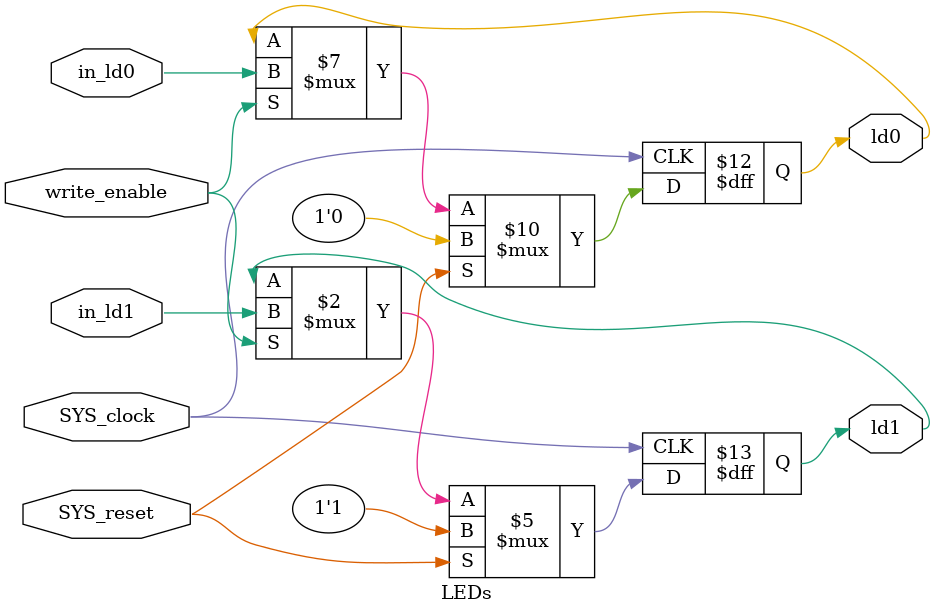
<source format=v>
`timescale 1ns / 1ps
/*
now, i want to create a project that use the PS to write the register, these registers connect to the LEDs on the board, 
first, there are initialized OFF, then, the PS will turn it on.
*/
module LEDs (
    input SYS_clock,
    input SYS_reset,

    input wire write_enable,
    input wire in_ld0,
    input wire in_ld1,
    
    output reg ld0,
    output reg ld1
);
    always @(posedge SYS_clock) 
    begin
        if (SYS_reset)
        begin
            ld0 <= 0;
            ld1 <= 1;
        end    

        else if (write_enable)
        begin
            ld0 <= in_ld0;
            ld1 <= in_ld1;
        end
        
    end

endmodule
</source>
